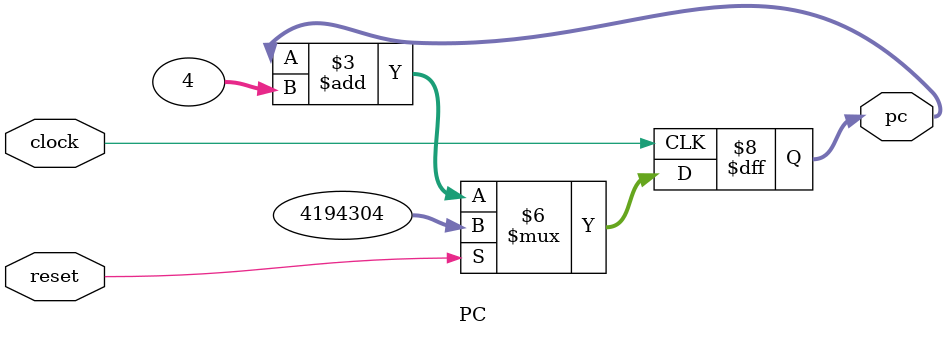
<source format=v>

module PC(
	input wire clock,
	input wire reset,
	output reg[31:0] pc);
	
	initial begin
		pc = 32'h00400000;
	end
	
	always @(posedge clock) begin
		if (reset == 1'b1) begin
			pc <= 32'h00400000;
		end else begin
			pc <= pc + 4;
		end
	end
	
endmodule
</source>
